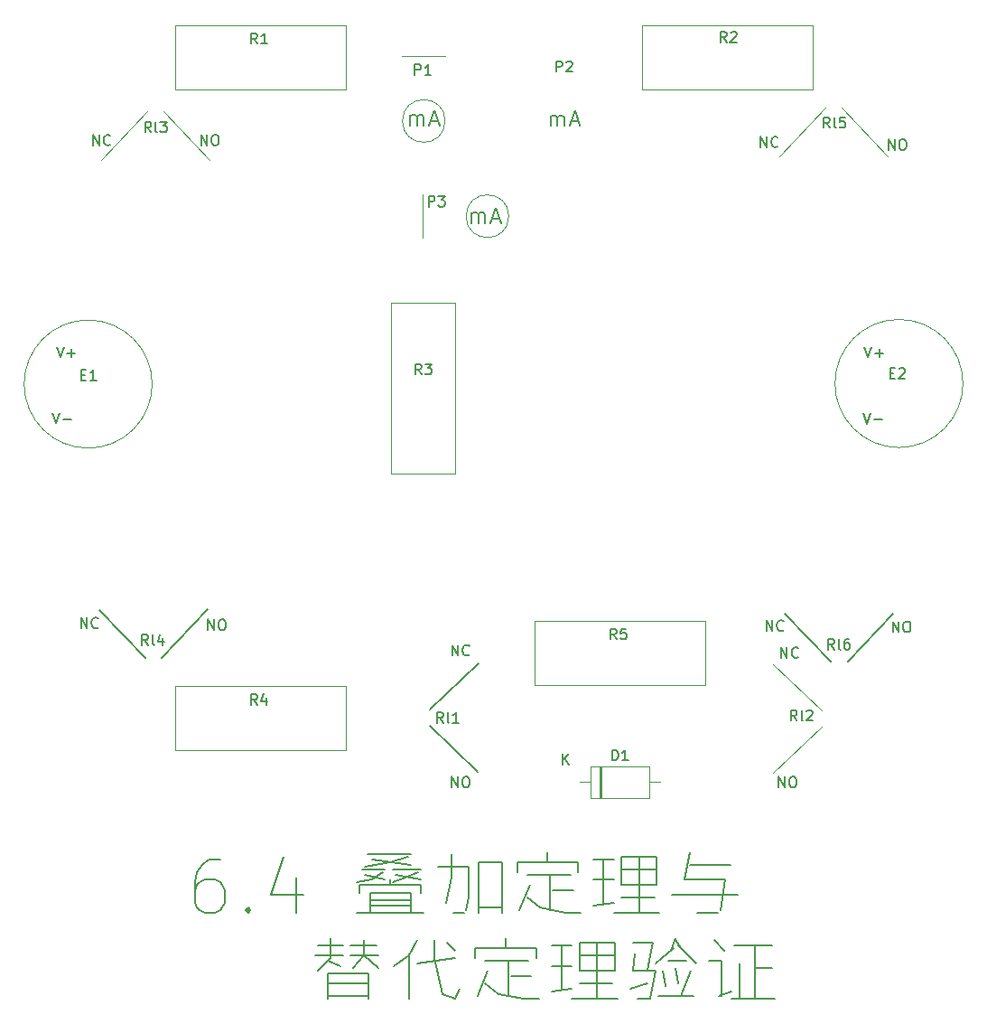
<source format=gbr>
%TF.GenerationSoftware,KiCad,Pcbnew,(6.0.7)*%
%TF.CreationDate,2022-09-05T15:03:49+08:00*%
%TF.ProjectId,6_1k,365f316b-2e6b-4696-9361-645f70636258,rev?*%
%TF.SameCoordinates,Original*%
%TF.FileFunction,Legend,Top*%
%TF.FilePolarity,Positive*%
%FSLAX46Y46*%
G04 Gerber Fmt 4.6, Leading zero omitted, Abs format (unit mm)*
G04 Created by KiCad (PCBNEW (6.0.7)) date 2022-09-05 15:03:49*
%MOMM*%
%LPD*%
G01*
G04 APERTURE LIST*
%ADD10C,0.150000*%
%ADD11C,0.120000*%
G04 APERTURE END LIST*
D10*
X30142400Y-75666600D02*
X25849800Y-71145400D01*
X90137200Y-71501000D02*
X94404400Y-76022200D01*
X31717200Y-75692000D02*
X36035200Y-71094600D01*
X56812400Y-82016600D02*
X61359000Y-86309200D01*
X61384400Y-76123800D02*
X56812400Y-80441800D01*
X96055400Y-75971400D02*
X100297200Y-71501000D01*
X37171209Y-94532104D02*
X36218828Y-94532104D01*
X35742638Y-94770200D01*
X35504542Y-95008295D01*
X35028352Y-95722580D01*
X34790257Y-96674961D01*
X34790257Y-98579723D01*
X35028352Y-99055914D01*
X35266447Y-99294009D01*
X35742638Y-99532104D01*
X36695019Y-99532104D01*
X37171209Y-99294009D01*
X37409304Y-99055914D01*
X37647400Y-98579723D01*
X37647400Y-97389247D01*
X37409304Y-96913057D01*
X37171209Y-96674961D01*
X36695019Y-96436866D01*
X35742638Y-96436866D01*
X35266447Y-96674961D01*
X35028352Y-96913057D01*
X34790257Y-97389247D01*
X39790257Y-99055914D02*
X40028352Y-99294009D01*
X39790257Y-99532104D01*
X39552161Y-99294009D01*
X39790257Y-99055914D01*
X39790257Y-99532104D01*
X44314066Y-96198771D02*
X44314066Y-99532104D01*
X43123590Y-94294009D02*
X41933114Y-97865438D01*
X45028352Y-97865438D01*
X50980733Y-94055914D02*
X55028352Y-94055914D01*
X50504542Y-95484485D02*
X52647400Y-95484485D01*
X53361685Y-95484485D02*
X55980733Y-95484485D01*
X51218828Y-98341628D02*
X55028352Y-98341628D01*
X51218828Y-98817819D02*
X55028352Y-98817819D01*
X50028352Y-99532104D02*
X56218828Y-99532104D01*
X50266447Y-96913057D02*
X50266447Y-97627342D01*
X51218828Y-97627342D02*
X51218828Y-99532104D01*
X53123590Y-96436866D02*
X53123590Y-96913057D01*
X51218828Y-97627342D02*
X55028352Y-97627342D01*
X55028352Y-99532104D01*
X50266447Y-96913057D02*
X55980733Y-96913057D01*
X55980733Y-97627342D01*
X53599780Y-95960676D02*
X55980733Y-96436866D01*
X50742638Y-95960676D02*
X52647400Y-96436866D01*
X52409304Y-95722580D02*
X51456923Y-96436866D01*
X50028352Y-96674961D01*
X55742638Y-95722580D02*
X54552161Y-96198771D01*
X53361685Y-96674961D01*
X51456923Y-94532104D02*
X55028352Y-95008295D01*
X54790257Y-94294009D02*
X53123590Y-94770200D01*
X50742638Y-95246390D01*
X61456923Y-99055914D02*
X63599780Y-99055914D01*
X59075971Y-99532104D02*
X60028352Y-99532104D01*
X61456923Y-94770200D02*
X61456923Y-99532104D01*
X61456923Y-94770200D02*
X63599780Y-94770200D01*
X63599780Y-99532104D01*
X58837876Y-94055914D02*
X58837876Y-96198771D01*
X58361685Y-98579723D01*
X57647400Y-95246390D02*
X60504542Y-95246390D01*
X60504542Y-98103533D01*
X60266447Y-99294009D01*
X65980733Y-95960676D02*
X70028352Y-95960676D01*
X68361685Y-97389247D02*
X70266447Y-97389247D01*
X65028352Y-94770200D02*
X65028352Y-95722580D01*
X68123590Y-95960676D02*
X68123590Y-99294009D01*
X65028352Y-94770200D02*
X70742638Y-94770200D01*
X70742638Y-95722580D01*
X67885495Y-93817819D02*
X67885495Y-94770200D01*
X66218828Y-96913057D02*
X65266447Y-99294009D01*
X65980733Y-98103533D02*
X67171209Y-99055914D01*
X69552161Y-99532104D01*
X70980733Y-99532104D01*
X72171209Y-94532104D02*
X74075971Y-94532104D01*
X74790257Y-95484485D02*
X78123590Y-95484485D01*
X72171209Y-96436866D02*
X74075971Y-96436866D01*
X74790257Y-96913057D02*
X78123590Y-96913057D01*
X74790257Y-98103533D02*
X77885495Y-98103533D01*
X74075971Y-99532104D02*
X78361685Y-99532104D01*
X73123590Y-94532104D02*
X73123590Y-98579723D01*
X74790257Y-94294009D02*
X74790257Y-96913057D01*
X76456923Y-94294009D02*
X76456923Y-99532104D01*
X74790257Y-94294009D02*
X78123590Y-94294009D01*
X78123590Y-96913057D01*
X74075971Y-98579723D02*
X72171209Y-98817819D01*
X81218828Y-95008295D02*
X85028352Y-95008295D01*
X79552161Y-97865438D02*
X85742638Y-97865438D01*
X81933114Y-99532104D02*
X83837876Y-99532104D01*
X81218828Y-93817819D02*
X80742638Y-96436866D01*
X84552161Y-96436866D01*
X84075971Y-99294009D01*
X46337876Y-102582104D02*
X48718828Y-102582104D01*
X49433114Y-102582104D02*
X51814066Y-102582104D01*
X46099780Y-103534485D02*
X48718828Y-103534485D01*
X49433114Y-103534485D02*
X52052161Y-103534485D01*
X47290257Y-106153533D02*
X51099780Y-106153533D01*
X47290257Y-107344009D02*
X51099780Y-107344009D01*
X47290257Y-105201152D02*
X47290257Y-107582104D01*
X47290257Y-105201152D02*
X51099780Y-105201152D01*
X51099780Y-107582104D01*
X47528352Y-101867819D02*
X47528352Y-103772580D01*
X46337876Y-104963057D01*
X47290257Y-104010676D02*
X48480733Y-104486866D01*
X50623590Y-102105914D02*
X50623590Y-103534485D01*
X49671209Y-104724961D01*
X50623590Y-103534485D02*
X52052161Y-104724961D01*
X54909304Y-103296390D02*
X54909304Y-107582104D01*
X58480733Y-102344009D02*
X59195019Y-103058295D01*
X55623590Y-102105914D02*
X54909304Y-103534485D01*
X53480733Y-104486866D01*
X55623590Y-104248771D02*
X59195019Y-103772580D01*
X57290257Y-102105914D02*
X57290257Y-103772580D01*
X58004542Y-107105914D01*
X59195019Y-107582104D01*
X59671209Y-106629723D01*
X62052161Y-104010676D02*
X66099780Y-104010676D01*
X64433114Y-105439247D02*
X66337876Y-105439247D01*
X61099780Y-102820200D02*
X61099780Y-103772580D01*
X64195019Y-104010676D02*
X64195019Y-107344009D01*
X61099780Y-102820200D02*
X66814066Y-102820200D01*
X66814066Y-103772580D01*
X63956923Y-101867819D02*
X63956923Y-102820200D01*
X62290257Y-104963057D02*
X61337876Y-107344009D01*
X62052161Y-106153533D02*
X63242638Y-107105914D01*
X65623590Y-107582104D01*
X67052161Y-107582104D01*
X68242638Y-102582104D02*
X70147400Y-102582104D01*
X70861685Y-103534485D02*
X74195019Y-103534485D01*
X68242638Y-104486866D02*
X70147400Y-104486866D01*
X70861685Y-104963057D02*
X74195019Y-104963057D01*
X70861685Y-106153533D02*
X73956923Y-106153533D01*
X70147400Y-107582104D02*
X74433114Y-107582104D01*
X69195019Y-102582104D02*
X69195019Y-106629723D01*
X70861685Y-102344009D02*
X70861685Y-104963057D01*
X72528352Y-102344009D02*
X72528352Y-107582104D01*
X70861685Y-102344009D02*
X74195019Y-102344009D01*
X74195019Y-104963057D01*
X70147400Y-106629723D02*
X68242638Y-106867819D01*
X79195019Y-104010676D02*
X80861685Y-104010676D01*
X78242638Y-107344009D02*
X81575971Y-107344009D01*
X76337876Y-107582104D02*
X77528352Y-107582104D01*
X80147400Y-102582104D02*
X81814066Y-104248771D01*
X79909304Y-102105914D02*
X80385495Y-102820200D01*
X79671209Y-102820200D02*
X78004542Y-104248771D01*
X81337876Y-104963057D02*
X80385495Y-107344009D01*
X79909304Y-101867819D02*
X79433114Y-103058295D01*
X78718828Y-104963057D02*
X78956923Y-106391628D01*
X77290257Y-106153533D02*
X75623590Y-106629723D01*
X79909304Y-104724961D02*
X80147400Y-106153533D01*
X75861685Y-102344009D02*
X77766447Y-102344009D01*
X77528352Y-103534485D01*
X77290257Y-104963057D01*
X76099780Y-103296390D02*
X75861685Y-104963057D01*
X78004542Y-104963057D01*
X77528352Y-107582104D01*
X85385495Y-102582104D02*
X88956923Y-102582104D01*
X87290257Y-104724961D02*
X88956923Y-104724961D01*
X85147400Y-107582104D02*
X89195019Y-107582104D01*
X83004542Y-104010676D02*
X84195019Y-104010676D01*
X84195019Y-107344009D01*
X85861685Y-104248771D02*
X85861685Y-107582104D01*
X87290257Y-102582104D02*
X87290257Y-107582104D01*
X83480733Y-102105914D02*
X84433114Y-103058295D01*
X85147400Y-106867819D02*
X83956923Y-107344009D01*
%TO.C,E1*%
X24143323Y-49128371D02*
X24476657Y-49128371D01*
X24619514Y-49652180D02*
X24143323Y-49652180D01*
X24143323Y-48652180D01*
X24619514Y-48652180D01*
X25571895Y-49652180D02*
X25000466Y-49652180D01*
X25286180Y-49652180D02*
X25286180Y-48652180D01*
X25190942Y-48795038D01*
X25095704Y-48890276D01*
X25000466Y-48937895D01*
X21468419Y-52670980D02*
X21801752Y-53670980D01*
X22135085Y-52670980D01*
X22468419Y-53290028D02*
X23230323Y-53290028D01*
X21849419Y-46498780D02*
X22182752Y-47498780D01*
X22516085Y-46498780D01*
X22849419Y-47117828D02*
X23611323Y-47117828D01*
X23230371Y-47498780D02*
X23230371Y-46736876D01*
%TO.C,P3*%
X56734704Y-33370780D02*
X56734704Y-32370780D01*
X57115657Y-32370780D01*
X57210895Y-32418400D01*
X57258514Y-32466019D01*
X57306133Y-32561257D01*
X57306133Y-32704114D01*
X57258514Y-32799352D01*
X57210895Y-32846971D01*
X57115657Y-32894590D01*
X56734704Y-32894590D01*
X57639466Y-32370780D02*
X58258514Y-32370780D01*
X57925180Y-32751733D01*
X58068038Y-32751733D01*
X58163276Y-32799352D01*
X58210895Y-32846971D01*
X58258514Y-32942209D01*
X58258514Y-33180304D01*
X58210895Y-33275542D01*
X58163276Y-33323161D01*
X58068038Y-33370780D01*
X57782323Y-33370780D01*
X57687085Y-33323161D01*
X57639466Y-33275542D01*
X60736485Y-34945971D02*
X60736485Y-33945971D01*
X60736485Y-34088828D02*
X60807914Y-34017400D01*
X60950771Y-33945971D01*
X61165057Y-33945971D01*
X61307914Y-34017400D01*
X61379342Y-34160257D01*
X61379342Y-34945971D01*
X61379342Y-34160257D02*
X61450771Y-34017400D01*
X61593628Y-33945971D01*
X61807914Y-33945971D01*
X61950771Y-34017400D01*
X62022200Y-34160257D01*
X62022200Y-34945971D01*
X62665057Y-34517400D02*
X63379342Y-34517400D01*
X62522200Y-34945971D02*
X63022200Y-33445971D01*
X63522200Y-34945971D01*
%TO.C,Rl2*%
X91258028Y-81534780D02*
X90924695Y-81058590D01*
X90686600Y-81534780D02*
X90686600Y-80534780D01*
X91067552Y-80534780D01*
X91162790Y-80582400D01*
X91210409Y-80630019D01*
X91258028Y-80725257D01*
X91258028Y-80868114D01*
X91210409Y-80963352D01*
X91162790Y-81010971D01*
X91067552Y-81058590D01*
X90686600Y-81058590D01*
X91829457Y-81534780D02*
X91734219Y-81487161D01*
X91686600Y-81391923D01*
X91686600Y-80534780D01*
X92162790Y-80630019D02*
X92210409Y-80582400D01*
X92305647Y-80534780D01*
X92543742Y-80534780D01*
X92638980Y-80582400D01*
X92686600Y-80630019D01*
X92734219Y-80725257D01*
X92734219Y-80820495D01*
X92686600Y-80963352D01*
X92115171Y-81534780D01*
X92734219Y-81534780D01*
X89757885Y-75641980D02*
X89757885Y-74641980D01*
X90329314Y-75641980D01*
X90329314Y-74641980D01*
X91376933Y-75546742D02*
X91329314Y-75594361D01*
X91186457Y-75641980D01*
X91091219Y-75641980D01*
X90948361Y-75594361D01*
X90853123Y-75499123D01*
X90805504Y-75403885D01*
X90757885Y-75213409D01*
X90757885Y-75070552D01*
X90805504Y-74880076D01*
X90853123Y-74784838D01*
X90948361Y-74689600D01*
X91091219Y-74641980D01*
X91186457Y-74641980D01*
X91329314Y-74689600D01*
X91376933Y-74737219D01*
X89556276Y-87783180D02*
X89556276Y-86783180D01*
X90127704Y-87783180D01*
X90127704Y-86783180D01*
X90794371Y-86783180D02*
X90984847Y-86783180D01*
X91080085Y-86830800D01*
X91175323Y-86926038D01*
X91222942Y-87116514D01*
X91222942Y-87449847D01*
X91175323Y-87640323D01*
X91080085Y-87735561D01*
X90984847Y-87783180D01*
X90794371Y-87783180D01*
X90699133Y-87735561D01*
X90603895Y-87640323D01*
X90556276Y-87449847D01*
X90556276Y-87116514D01*
X90603895Y-86926038D01*
X90699133Y-86830800D01*
X90794371Y-86783180D01*
%TO.C,E2*%
X99987723Y-48975971D02*
X100321057Y-48975971D01*
X100463914Y-49499780D02*
X99987723Y-49499780D01*
X99987723Y-48499780D01*
X100463914Y-48499780D01*
X100844866Y-48595019D02*
X100892485Y-48547400D01*
X100987723Y-48499780D01*
X101225819Y-48499780D01*
X101321057Y-48547400D01*
X101368676Y-48595019D01*
X101416295Y-48690257D01*
X101416295Y-48785495D01*
X101368676Y-48928352D01*
X100797247Y-49499780D01*
X101416295Y-49499780D01*
X97592219Y-46493180D02*
X97925552Y-47493180D01*
X98258885Y-46493180D01*
X98592219Y-47112228D02*
X99354123Y-47112228D01*
X98973171Y-47493180D02*
X98973171Y-46731276D01*
X97465219Y-52690780D02*
X97798552Y-53690780D01*
X98131885Y-52690780D01*
X98465219Y-53309828D02*
X99227123Y-53309828D01*
%TO.C,R5*%
X74349533Y-73909180D02*
X74016200Y-73432990D01*
X73778104Y-73909180D02*
X73778104Y-72909180D01*
X74159057Y-72909180D01*
X74254295Y-72956800D01*
X74301914Y-73004419D01*
X74349533Y-73099657D01*
X74349533Y-73242514D01*
X74301914Y-73337752D01*
X74254295Y-73385371D01*
X74159057Y-73432990D01*
X73778104Y-73432990D01*
X75254295Y-72909180D02*
X74778104Y-72909180D01*
X74730485Y-73385371D01*
X74778104Y-73337752D01*
X74873342Y-73290133D01*
X75111438Y-73290133D01*
X75206676Y-73337752D01*
X75254295Y-73385371D01*
X75301914Y-73480609D01*
X75301914Y-73718704D01*
X75254295Y-73813942D01*
X75206676Y-73861561D01*
X75111438Y-73909180D01*
X74873342Y-73909180D01*
X74778104Y-73861561D01*
X74730485Y-73813942D01*
%TO.C,P1*%
X55439304Y-21051780D02*
X55439304Y-20051780D01*
X55820257Y-20051780D01*
X55915495Y-20099400D01*
X55963114Y-20147019D01*
X56010733Y-20242257D01*
X56010733Y-20385114D01*
X55963114Y-20480352D01*
X55915495Y-20527971D01*
X55820257Y-20575590D01*
X55439304Y-20575590D01*
X56963114Y-21051780D02*
X56391685Y-21051780D01*
X56677400Y-21051780D02*
X56677400Y-20051780D01*
X56582161Y-20194638D01*
X56486923Y-20289876D01*
X56391685Y-20337495D01*
X54990485Y-25801971D02*
X54990485Y-24801971D01*
X54990485Y-24944828D02*
X55061914Y-24873400D01*
X55204771Y-24801971D01*
X55419057Y-24801971D01*
X55561914Y-24873400D01*
X55633342Y-25016257D01*
X55633342Y-25801971D01*
X55633342Y-25016257D02*
X55704771Y-24873400D01*
X55847628Y-24801971D01*
X56061914Y-24801971D01*
X56204771Y-24873400D01*
X56276200Y-25016257D01*
X56276200Y-25801971D01*
X56919057Y-25373400D02*
X57633342Y-25373400D01*
X56776200Y-25801971D02*
X57276200Y-24301971D01*
X57776200Y-25801971D01*
%TO.C,Rl5*%
X94356828Y-25979380D02*
X94023495Y-25503190D01*
X93785400Y-25979380D02*
X93785400Y-24979380D01*
X94166352Y-24979380D01*
X94261590Y-25027000D01*
X94309209Y-25074619D01*
X94356828Y-25169857D01*
X94356828Y-25312714D01*
X94309209Y-25407952D01*
X94261590Y-25455571D01*
X94166352Y-25503190D01*
X93785400Y-25503190D01*
X94928257Y-25979380D02*
X94833019Y-25931761D01*
X94785400Y-25836523D01*
X94785400Y-24979380D01*
X95785400Y-24979380D02*
X95309209Y-24979380D01*
X95261590Y-25455571D01*
X95309209Y-25407952D01*
X95404447Y-25360333D01*
X95642542Y-25360333D01*
X95737780Y-25407952D01*
X95785400Y-25455571D01*
X95833019Y-25550809D01*
X95833019Y-25788904D01*
X95785400Y-25884142D01*
X95737780Y-25931761D01*
X95642542Y-25979380D01*
X95404447Y-25979380D01*
X95309209Y-25931761D01*
X95261590Y-25884142D01*
X99843276Y-28062180D02*
X99843276Y-27062180D01*
X100414704Y-28062180D01*
X100414704Y-27062180D01*
X101081371Y-27062180D02*
X101271847Y-27062180D01*
X101367085Y-27109800D01*
X101462323Y-27205038D01*
X101509942Y-27395514D01*
X101509942Y-27728847D01*
X101462323Y-27919323D01*
X101367085Y-28014561D01*
X101271847Y-28062180D01*
X101081371Y-28062180D01*
X100986133Y-28014561D01*
X100890895Y-27919323D01*
X100843276Y-27728847D01*
X100843276Y-27395514D01*
X100890895Y-27205038D01*
X100986133Y-27109800D01*
X101081371Y-27062180D01*
X87852885Y-27808180D02*
X87852885Y-26808180D01*
X88424314Y-27808180D01*
X88424314Y-26808180D01*
X89471933Y-27712942D02*
X89424314Y-27760561D01*
X89281457Y-27808180D01*
X89186219Y-27808180D01*
X89043361Y-27760561D01*
X88948123Y-27665323D01*
X88900504Y-27570085D01*
X88852885Y-27379609D01*
X88852885Y-27236752D01*
X88900504Y-27046276D01*
X88948123Y-26951038D01*
X89043361Y-26855800D01*
X89186219Y-26808180D01*
X89281457Y-26808180D01*
X89424314Y-26855800D01*
X89471933Y-26903419D01*
%TO.C,R4*%
X40643733Y-80030580D02*
X40310400Y-79554390D01*
X40072304Y-80030580D02*
X40072304Y-79030580D01*
X40453257Y-79030580D01*
X40548495Y-79078200D01*
X40596114Y-79125819D01*
X40643733Y-79221057D01*
X40643733Y-79363914D01*
X40596114Y-79459152D01*
X40548495Y-79506771D01*
X40453257Y-79554390D01*
X40072304Y-79554390D01*
X41500876Y-79363914D02*
X41500876Y-80030580D01*
X41262780Y-78982961D02*
X41024685Y-79697247D01*
X41643733Y-79697247D01*
%TO.C,Rl3*%
X30711828Y-26411180D02*
X30378495Y-25934990D01*
X30140400Y-26411180D02*
X30140400Y-25411180D01*
X30521352Y-25411180D01*
X30616590Y-25458800D01*
X30664209Y-25506419D01*
X30711828Y-25601657D01*
X30711828Y-25744514D01*
X30664209Y-25839752D01*
X30616590Y-25887371D01*
X30521352Y-25934990D01*
X30140400Y-25934990D01*
X31283257Y-26411180D02*
X31188019Y-26363561D01*
X31140400Y-26268323D01*
X31140400Y-25411180D01*
X31568971Y-25411180D02*
X32188019Y-25411180D01*
X31854685Y-25792133D01*
X31997542Y-25792133D01*
X32092780Y-25839752D01*
X32140400Y-25887371D01*
X32188019Y-25982609D01*
X32188019Y-26220704D01*
X32140400Y-26315942D01*
X32092780Y-26363561D01*
X31997542Y-26411180D01*
X31711828Y-26411180D01*
X31616590Y-26363561D01*
X31568971Y-26315942D01*
X35385476Y-27635980D02*
X35385476Y-26635980D01*
X35956904Y-27635980D01*
X35956904Y-26635980D01*
X36623571Y-26635980D02*
X36814047Y-26635980D01*
X36909285Y-26683600D01*
X37004523Y-26778838D01*
X37052142Y-26969314D01*
X37052142Y-27302647D01*
X37004523Y-27493123D01*
X36909285Y-27588361D01*
X36814047Y-27635980D01*
X36623571Y-27635980D01*
X36528333Y-27588361D01*
X36433095Y-27493123D01*
X36385476Y-27302647D01*
X36385476Y-26969314D01*
X36433095Y-26778838D01*
X36528333Y-26683600D01*
X36623571Y-26635980D01*
X25249285Y-27635980D02*
X25249285Y-26635980D01*
X25820714Y-27635980D01*
X25820714Y-26635980D01*
X26868333Y-27540742D02*
X26820714Y-27588361D01*
X26677857Y-27635980D01*
X26582619Y-27635980D01*
X26439761Y-27588361D01*
X26344523Y-27493123D01*
X26296904Y-27397885D01*
X26249285Y-27207409D01*
X26249285Y-27064552D01*
X26296904Y-26874076D01*
X26344523Y-26778838D01*
X26439761Y-26683600D01*
X26582619Y-26635980D01*
X26677857Y-26635980D01*
X26820714Y-26683600D01*
X26868333Y-26731219D01*
%TO.C,R1*%
X40669133Y-18105380D02*
X40335800Y-17629190D01*
X40097704Y-18105380D02*
X40097704Y-17105380D01*
X40478657Y-17105380D01*
X40573895Y-17153000D01*
X40621514Y-17200619D01*
X40669133Y-17295857D01*
X40669133Y-17438714D01*
X40621514Y-17533952D01*
X40573895Y-17581571D01*
X40478657Y-17629190D01*
X40097704Y-17629190D01*
X41621514Y-18105380D02*
X41050085Y-18105380D01*
X41335800Y-18105380D02*
X41335800Y-17105380D01*
X41240561Y-17248238D01*
X41145323Y-17343476D01*
X41050085Y-17391095D01*
%TO.C,R2*%
X84661933Y-17978380D02*
X84328600Y-17502190D01*
X84090504Y-17978380D02*
X84090504Y-16978380D01*
X84471457Y-16978380D01*
X84566695Y-17026000D01*
X84614314Y-17073619D01*
X84661933Y-17168857D01*
X84661933Y-17311714D01*
X84614314Y-17406952D01*
X84566695Y-17454571D01*
X84471457Y-17502190D01*
X84090504Y-17502190D01*
X85042885Y-17073619D02*
X85090504Y-17026000D01*
X85185742Y-16978380D01*
X85423838Y-16978380D01*
X85519076Y-17026000D01*
X85566695Y-17073619D01*
X85614314Y-17168857D01*
X85614314Y-17264095D01*
X85566695Y-17406952D01*
X84995266Y-17978380D01*
X85614314Y-17978380D01*
%TO.C,D1*%
X73927704Y-85256780D02*
X73927704Y-84256780D01*
X74165800Y-84256780D01*
X74308657Y-84304400D01*
X74403895Y-84399638D01*
X74451514Y-84494876D01*
X74499133Y-84685352D01*
X74499133Y-84828209D01*
X74451514Y-85018685D01*
X74403895Y-85113923D01*
X74308657Y-85209161D01*
X74165800Y-85256780D01*
X73927704Y-85256780D01*
X75451514Y-85256780D02*
X74880085Y-85256780D01*
X75165800Y-85256780D02*
X75165800Y-84256780D01*
X75070561Y-84399638D01*
X74975323Y-84494876D01*
X74880085Y-84542495D01*
X69323895Y-85626780D02*
X69323895Y-84626780D01*
X69895323Y-85626780D02*
X69466752Y-85055352D01*
X69895323Y-84626780D02*
X69323895Y-85198209D01*
%TO.C,R3*%
X56061533Y-49093380D02*
X55728200Y-48617190D01*
X55490104Y-49093380D02*
X55490104Y-48093380D01*
X55871057Y-48093380D01*
X55966295Y-48141000D01*
X56013914Y-48188619D01*
X56061533Y-48283857D01*
X56061533Y-48426714D01*
X56013914Y-48521952D01*
X55966295Y-48569571D01*
X55871057Y-48617190D01*
X55490104Y-48617190D01*
X56394866Y-48093380D02*
X57013914Y-48093380D01*
X56680580Y-48474333D01*
X56823438Y-48474333D01*
X56918676Y-48521952D01*
X56966295Y-48569571D01*
X57013914Y-48664809D01*
X57013914Y-48902904D01*
X56966295Y-48998142D01*
X56918676Y-49045761D01*
X56823438Y-49093380D01*
X56537723Y-49093380D01*
X56442485Y-49045761D01*
X56394866Y-48998142D01*
%TO.C,Rl1*%
X58085628Y-81732380D02*
X57752295Y-81256190D01*
X57514200Y-81732380D02*
X57514200Y-80732380D01*
X57895152Y-80732380D01*
X57990390Y-80780000D01*
X58038009Y-80827619D01*
X58085628Y-80922857D01*
X58085628Y-81065714D01*
X58038009Y-81160952D01*
X57990390Y-81208571D01*
X57895152Y-81256190D01*
X57514200Y-81256190D01*
X58657057Y-81732380D02*
X58561819Y-81684761D01*
X58514200Y-81589523D01*
X58514200Y-80732380D01*
X59561819Y-81732380D02*
X58990390Y-81732380D01*
X59276104Y-81732380D02*
X59276104Y-80732380D01*
X59180866Y-80875238D01*
X59085628Y-80970476D01*
X58990390Y-81018095D01*
X58922285Y-75433180D02*
X58922285Y-74433180D01*
X59493714Y-75433180D01*
X59493714Y-74433180D01*
X60541333Y-75337942D02*
X60493714Y-75385561D01*
X60350857Y-75433180D01*
X60255619Y-75433180D01*
X60112761Y-75385561D01*
X60017523Y-75290323D01*
X59969904Y-75195085D01*
X59922285Y-75004609D01*
X59922285Y-74861752D01*
X59969904Y-74671276D01*
X60017523Y-74576038D01*
X60112761Y-74480800D01*
X60255619Y-74433180D01*
X60350857Y-74433180D01*
X60493714Y-74480800D01*
X60541333Y-74528419D01*
X58898476Y-87777580D02*
X58898476Y-86777580D01*
X59469904Y-87777580D01*
X59469904Y-86777580D01*
X60136571Y-86777580D02*
X60327047Y-86777580D01*
X60422285Y-86825200D01*
X60517523Y-86920438D01*
X60565142Y-87110914D01*
X60565142Y-87444247D01*
X60517523Y-87634723D01*
X60422285Y-87729961D01*
X60327047Y-87777580D01*
X60136571Y-87777580D01*
X60041333Y-87729961D01*
X59946095Y-87634723D01*
X59898476Y-87444247D01*
X59898476Y-87110914D01*
X59946095Y-86920438D01*
X60041333Y-86825200D01*
X60136571Y-86777580D01*
%TO.C,P2*%
X68698104Y-20743580D02*
X68698104Y-19743580D01*
X69079057Y-19743580D01*
X69174295Y-19791200D01*
X69221914Y-19838819D01*
X69269533Y-19934057D01*
X69269533Y-20076914D01*
X69221914Y-20172152D01*
X69174295Y-20219771D01*
X69079057Y-20267390D01*
X68698104Y-20267390D01*
X69650485Y-19838819D02*
X69698104Y-19791200D01*
X69793342Y-19743580D01*
X70031438Y-19743580D01*
X70126676Y-19791200D01*
X70174295Y-19838819D01*
X70221914Y-19934057D01*
X70221914Y-20029295D01*
X70174295Y-20172152D01*
X69602866Y-20743580D01*
X70221914Y-20743580D01*
X68150485Y-25824571D02*
X68150485Y-24824571D01*
X68150485Y-24967428D02*
X68221914Y-24896000D01*
X68364771Y-24824571D01*
X68579057Y-24824571D01*
X68721914Y-24896000D01*
X68793342Y-25038857D01*
X68793342Y-25824571D01*
X68793342Y-25038857D02*
X68864771Y-24896000D01*
X69007628Y-24824571D01*
X69221914Y-24824571D01*
X69364771Y-24896000D01*
X69436200Y-25038857D01*
X69436200Y-25824571D01*
X70079057Y-25396000D02*
X70793342Y-25396000D01*
X69936200Y-25824571D02*
X70436200Y-24324571D01*
X70936200Y-25824571D01*
%TO.C,Rl6*%
X94763228Y-74848980D02*
X94429895Y-74372790D01*
X94191800Y-74848980D02*
X94191800Y-73848980D01*
X94572752Y-73848980D01*
X94667990Y-73896600D01*
X94715609Y-73944219D01*
X94763228Y-74039457D01*
X94763228Y-74182314D01*
X94715609Y-74277552D01*
X94667990Y-74325171D01*
X94572752Y-74372790D01*
X94191800Y-74372790D01*
X95334657Y-74848980D02*
X95239419Y-74801361D01*
X95191800Y-74706123D01*
X95191800Y-73848980D01*
X96144180Y-73848980D02*
X95953704Y-73848980D01*
X95858466Y-73896600D01*
X95810847Y-73944219D01*
X95715609Y-74087076D01*
X95667990Y-74277552D01*
X95667990Y-74658504D01*
X95715609Y-74753742D01*
X95763228Y-74801361D01*
X95858466Y-74848980D01*
X96048942Y-74848980D01*
X96144180Y-74801361D01*
X96191800Y-74753742D01*
X96239419Y-74658504D01*
X96239419Y-74420409D01*
X96191800Y-74325171D01*
X96144180Y-74277552D01*
X96048942Y-74229933D01*
X95858466Y-74229933D01*
X95763228Y-74277552D01*
X95715609Y-74325171D01*
X95667990Y-74420409D01*
X88386285Y-73121780D02*
X88386285Y-72121780D01*
X88957714Y-73121780D01*
X88957714Y-72121780D01*
X90005333Y-73026542D02*
X89957714Y-73074161D01*
X89814857Y-73121780D01*
X89719619Y-73121780D01*
X89576761Y-73074161D01*
X89481523Y-72978923D01*
X89433904Y-72883685D01*
X89386285Y-72693209D01*
X89386285Y-72550352D01*
X89433904Y-72359876D01*
X89481523Y-72264638D01*
X89576761Y-72169400D01*
X89719619Y-72121780D01*
X89814857Y-72121780D01*
X89957714Y-72169400D01*
X90005333Y-72217019D01*
X100249676Y-73223380D02*
X100249676Y-72223380D01*
X100821104Y-73223380D01*
X100821104Y-72223380D01*
X101487771Y-72223380D02*
X101678247Y-72223380D01*
X101773485Y-72271000D01*
X101868723Y-72366238D01*
X101916342Y-72556714D01*
X101916342Y-72890047D01*
X101868723Y-73080523D01*
X101773485Y-73175761D01*
X101678247Y-73223380D01*
X101487771Y-73223380D01*
X101392533Y-73175761D01*
X101297295Y-73080523D01*
X101249676Y-72890047D01*
X101249676Y-72556714D01*
X101297295Y-72366238D01*
X101392533Y-72271000D01*
X101487771Y-72223380D01*
%TO.C,Rl4*%
X30425028Y-74467980D02*
X30091695Y-73991790D01*
X29853600Y-74467980D02*
X29853600Y-73467980D01*
X30234552Y-73467980D01*
X30329790Y-73515600D01*
X30377409Y-73563219D01*
X30425028Y-73658457D01*
X30425028Y-73801314D01*
X30377409Y-73896552D01*
X30329790Y-73944171D01*
X30234552Y-73991790D01*
X29853600Y-73991790D01*
X30996457Y-74467980D02*
X30901219Y-74420361D01*
X30853600Y-74325123D01*
X30853600Y-73467980D01*
X31805980Y-73801314D02*
X31805980Y-74467980D01*
X31567885Y-73420361D02*
X31329790Y-74134647D01*
X31948838Y-74134647D01*
X24124285Y-72867780D02*
X24124285Y-71867780D01*
X24695714Y-72867780D01*
X24695714Y-71867780D01*
X25743333Y-72772542D02*
X25695714Y-72820161D01*
X25552857Y-72867780D01*
X25457619Y-72867780D01*
X25314761Y-72820161D01*
X25219523Y-72724923D01*
X25171904Y-72629685D01*
X25124285Y-72439209D01*
X25124285Y-72296352D01*
X25171904Y-72105876D01*
X25219523Y-72010638D01*
X25314761Y-71915400D01*
X25457619Y-71867780D01*
X25552857Y-71867780D01*
X25695714Y-71915400D01*
X25743333Y-71963019D01*
X36038476Y-73045580D02*
X36038476Y-72045580D01*
X36609904Y-73045580D01*
X36609904Y-72045580D01*
X37276571Y-72045580D02*
X37467047Y-72045580D01*
X37562285Y-72093200D01*
X37657523Y-72188438D01*
X37705142Y-72378914D01*
X37705142Y-72712247D01*
X37657523Y-72902723D01*
X37562285Y-72997961D01*
X37467047Y-73045580D01*
X37276571Y-73045580D01*
X37181333Y-72997961D01*
X37086095Y-72902723D01*
X37038476Y-72712247D01*
X37038476Y-72378914D01*
X37086095Y-72188438D01*
X37181333Y-72093200D01*
X37276571Y-72045580D01*
D11*
%TO.C,E1*%
X30808400Y-49992800D02*
G75*
G03*
X30808400Y-49992800I-6000000J0D01*
G01*
%TO.C,P3*%
X64244200Y-34267400D02*
G75*
G03*
X64244200Y-34267400I-2000000J0D01*
G01*
X56180200Y-36299400D02*
X56180200Y-32235400D01*
%TO.C,Rl2*%
X93588800Y-82070200D02*
X89016800Y-86388200D01*
X93588800Y-80546200D02*
X89016800Y-76228200D01*
%TO.C,E2*%
X106830600Y-49936400D02*
G75*
G03*
X106830600Y-49936400I-6000000J0D01*
G01*
%TO.C,R5*%
X66665800Y-72184000D02*
X82665800Y-72184000D01*
X82665800Y-72184000D02*
X82665800Y-78184000D01*
X82665800Y-78184000D02*
X66665800Y-78184000D01*
X66665800Y-78184000D02*
X66665800Y-72184000D01*
%TO.C,P1*%
X58276200Y-25345400D02*
G75*
G03*
X58276200Y-25345400I-2000000J0D01*
G01*
X54244200Y-19281400D02*
X58308200Y-19281400D01*
%TO.C,Rl5*%
X95451400Y-24079200D02*
X99769400Y-28651200D01*
X93927400Y-24079200D02*
X89609400Y-28651200D01*
%TO.C,R4*%
X32937400Y-78280000D02*
X48937400Y-78280000D01*
X48937400Y-78280000D02*
X48937400Y-84280000D01*
X48937400Y-84280000D02*
X32937400Y-84280000D01*
X32937400Y-84280000D02*
X32937400Y-78280000D01*
%TO.C,Rl3*%
X30353000Y-24389600D02*
X26035000Y-28961600D01*
X31877000Y-24389600D02*
X36195000Y-28961600D01*
%TO.C,R1*%
X32937400Y-16380200D02*
X48937400Y-16380200D01*
X48937400Y-16380200D02*
X48937400Y-22380200D01*
X48937400Y-22380200D02*
X32937400Y-22380200D01*
X32937400Y-22380200D02*
X32937400Y-16380200D01*
%TO.C,R2*%
X76752400Y-16354800D02*
X92752400Y-16354800D01*
X92752400Y-16354800D02*
X92752400Y-22354800D01*
X92752400Y-22354800D02*
X76752400Y-22354800D01*
X76752400Y-22354800D02*
X76752400Y-16354800D01*
%TO.C,D1*%
X71945800Y-88744400D02*
X77385800Y-88744400D01*
X71945800Y-85804400D02*
X71945800Y-88744400D01*
X77385800Y-88744400D02*
X77385800Y-85804400D01*
X78405800Y-87274400D02*
X77385800Y-87274400D01*
X72725800Y-85804400D02*
X72725800Y-88744400D01*
X72845800Y-85804400D02*
X72845800Y-88744400D01*
X77385800Y-85804400D02*
X71945800Y-85804400D01*
X70925800Y-87274400D02*
X71945800Y-87274400D01*
X72965800Y-85804400D02*
X72965800Y-88744400D01*
%TO.C,R3*%
X59228200Y-42419000D02*
X53228200Y-42419000D01*
X53228200Y-42419000D02*
X53228200Y-58419000D01*
X53228200Y-58419000D02*
X59228200Y-58419000D01*
X59228200Y-58419000D02*
X59228200Y-42419000D01*
%TD*%
M02*

</source>
